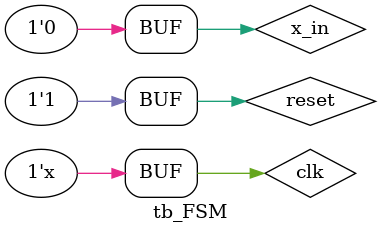
<source format=v>
`timescale 1ns / 1ps

module tb_FSM;

wire y_out;
reg clk, reset, x_in;

FiniteStateMachine FSM (.Y_OUT(y_out), .CLK(clk), .nRST(reset), .X_IN(x_in));

initial
    $monitor($time, " CLK : %b, nRST : %b, X_IN : %b, Y_OUT = %b", clk, reset, x_in, y_out);

initial
begin
    clk = 1'b0;
    reset = 1'b0;
    x_in = 1'b0;
end 

always
    #5 clk = ~clk;
    
initial
    #20 reset = 1'b1; 


initial
begin
    #40 x_in = 1'b1;
    #100 x_in = 1'b0;
    #50 x_in = 1'b1;
    #10 x_in = 1'b0;
end

endmodule

</source>
